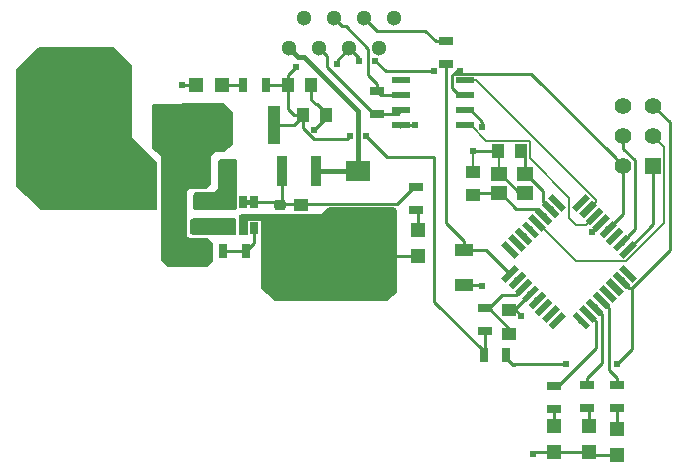
<source format=gbr>
G04 #@! TF.GenerationSoftware,KiCad,Pcbnew,5.1.4*
G04 #@! TF.CreationDate,2019-12-12T21:33:50-05:00*
G04 #@! TF.ProjectId,Suspension_Travel,53757370-656e-4736-996f-6e5f54726176,rev?*
G04 #@! TF.SameCoordinates,Original*
G04 #@! TF.FileFunction,Copper,L1,Top*
G04 #@! TF.FilePolarity,Positive*
%FSLAX46Y46*%
G04 Gerber Fmt 4.6, Leading zero omitted, Abs format (unit mm)*
G04 Created by KiCad (PCBNEW 5.1.4) date 2019-12-12 21:33:50*
%MOMM*%
%LPD*%
G04 APERTURE LIST*
%ADD10C,1.300000*%
%ADD11R,1.780000X3.500000*%
%ADD12R,1.250000X1.000000*%
%ADD13R,0.900000X2.500000*%
%ADD14R,1.200000X2.000000*%
%ADD15R,0.700000X1.300000*%
%ADD16R,1.000000X3.200000*%
%ADD17R,0.650000X1.060000*%
%ADD18R,1.000000X1.600000*%
%ADD19R,1.000000X1.250000*%
%ADD20R,2.159000X1.778000*%
%ADD21R,1.200000X1.200000*%
%ADD22C,0.100000*%
%ADD23C,0.875000*%
%ADD24R,1.600000X1.000000*%
%ADD25R,1.400000X1.400000*%
%ADD26C,1.400000*%
%ADD27R,1.300000X0.700000*%
%ADD28R,1.550000X0.600000*%
%ADD29C,0.550000*%
%ADD30R,1.400000X1.200000*%
%ADD31C,0.800000*%
%ADD32C,0.609600*%
%ADD33C,0.250000*%
%ADD34C,0.381000*%
%ADD35C,0.152400*%
%ADD36C,0.254000*%
G04 APERTURE END LIST*
D10*
X128701800Y-82016600D03*
X126161800Y-82016600D03*
X123621800Y-82016600D03*
X131241800Y-82016600D03*
X124891800Y-79476600D03*
X127431800Y-79476600D03*
X129971800Y-79476600D03*
X132511800Y-79476600D03*
D11*
X113550700Y-88519000D03*
X108270700Y-88519000D03*
D12*
X116408200Y-95139000D03*
X116408200Y-97139000D03*
D13*
X125859200Y-92392500D03*
X122959200Y-92392500D03*
D14*
X118503300Y-92453460D03*
X115303300Y-92453460D03*
D15*
X116085580Y-99141280D03*
X117985580Y-99141280D03*
X121871780Y-99156520D03*
X119971780Y-99156520D03*
X121600000Y-85090000D03*
X119700000Y-85090000D03*
D16*
X116151800Y-88513920D03*
X122351800Y-88513920D03*
D17*
X118752400Y-97254200D03*
X119702400Y-97254200D03*
X120652400Y-97254200D03*
X120652400Y-95054200D03*
X118752400Y-95054200D03*
X119702400Y-95054200D03*
D18*
X113931700Y-94869000D03*
X110931700Y-94869000D03*
D19*
X113407700Y-92519500D03*
X111407700Y-92519500D03*
D20*
X129425700Y-96456500D03*
X129425700Y-92392500D03*
D21*
X117940000Y-85090000D03*
X115740000Y-85090000D03*
X134480000Y-97420000D03*
X134480000Y-99620000D03*
D12*
X124627640Y-97250000D03*
X124627640Y-95250000D03*
D22*
G36*
X123099391Y-94835553D02*
G01*
X123120626Y-94838703D01*
X123141450Y-94843919D01*
X123161662Y-94851151D01*
X123181068Y-94860330D01*
X123199481Y-94871366D01*
X123216724Y-94884154D01*
X123232630Y-94898570D01*
X123247046Y-94914476D01*
X123259834Y-94931719D01*
X123270870Y-94950132D01*
X123280049Y-94969538D01*
X123287281Y-94989750D01*
X123292497Y-95010574D01*
X123295647Y-95031809D01*
X123296700Y-95053250D01*
X123296700Y-95490750D01*
X123295647Y-95512191D01*
X123292497Y-95533426D01*
X123287281Y-95554250D01*
X123280049Y-95574462D01*
X123270870Y-95593868D01*
X123259834Y-95612281D01*
X123247046Y-95629524D01*
X123232630Y-95645430D01*
X123216724Y-95659846D01*
X123199481Y-95672634D01*
X123181068Y-95683670D01*
X123161662Y-95692849D01*
X123141450Y-95700081D01*
X123120626Y-95705297D01*
X123099391Y-95708447D01*
X123077950Y-95709500D01*
X122565450Y-95709500D01*
X122544009Y-95708447D01*
X122522774Y-95705297D01*
X122501950Y-95700081D01*
X122481738Y-95692849D01*
X122462332Y-95683670D01*
X122443919Y-95672634D01*
X122426676Y-95659846D01*
X122410770Y-95645430D01*
X122396354Y-95629524D01*
X122383566Y-95612281D01*
X122372530Y-95593868D01*
X122363351Y-95574462D01*
X122356119Y-95554250D01*
X122350903Y-95533426D01*
X122347753Y-95512191D01*
X122346700Y-95490750D01*
X122346700Y-95053250D01*
X122347753Y-95031809D01*
X122350903Y-95010574D01*
X122356119Y-94989750D01*
X122363351Y-94969538D01*
X122372530Y-94950132D01*
X122383566Y-94931719D01*
X122396354Y-94914476D01*
X122410770Y-94898570D01*
X122426676Y-94884154D01*
X122443919Y-94871366D01*
X122462332Y-94860330D01*
X122481738Y-94851151D01*
X122501950Y-94843919D01*
X122522774Y-94838703D01*
X122544009Y-94835553D01*
X122565450Y-94834500D01*
X123077950Y-94834500D01*
X123099391Y-94835553D01*
X123099391Y-94835553D01*
G37*
D23*
X122821700Y-95272000D03*
D22*
G36*
X123099391Y-96410553D02*
G01*
X123120626Y-96413703D01*
X123141450Y-96418919D01*
X123161662Y-96426151D01*
X123181068Y-96435330D01*
X123199481Y-96446366D01*
X123216724Y-96459154D01*
X123232630Y-96473570D01*
X123247046Y-96489476D01*
X123259834Y-96506719D01*
X123270870Y-96525132D01*
X123280049Y-96544538D01*
X123287281Y-96564750D01*
X123292497Y-96585574D01*
X123295647Y-96606809D01*
X123296700Y-96628250D01*
X123296700Y-97065750D01*
X123295647Y-97087191D01*
X123292497Y-97108426D01*
X123287281Y-97129250D01*
X123280049Y-97149462D01*
X123270870Y-97168868D01*
X123259834Y-97187281D01*
X123247046Y-97204524D01*
X123232630Y-97220430D01*
X123216724Y-97234846D01*
X123199481Y-97247634D01*
X123181068Y-97258670D01*
X123161662Y-97267849D01*
X123141450Y-97275081D01*
X123120626Y-97280297D01*
X123099391Y-97283447D01*
X123077950Y-97284500D01*
X122565450Y-97284500D01*
X122544009Y-97283447D01*
X122522774Y-97280297D01*
X122501950Y-97275081D01*
X122481738Y-97267849D01*
X122462332Y-97258670D01*
X122443919Y-97247634D01*
X122426676Y-97234846D01*
X122410770Y-97220430D01*
X122396354Y-97204524D01*
X122383566Y-97187281D01*
X122372530Y-97168868D01*
X122363351Y-97149462D01*
X122356119Y-97129250D01*
X122350903Y-97108426D01*
X122347753Y-97087191D01*
X122346700Y-97065750D01*
X122346700Y-96628250D01*
X122347753Y-96606809D01*
X122350903Y-96585574D01*
X122356119Y-96564750D01*
X122363351Y-96544538D01*
X122372530Y-96525132D01*
X122383566Y-96506719D01*
X122396354Y-96489476D01*
X122410770Y-96473570D01*
X122426676Y-96459154D01*
X122443919Y-96446366D01*
X122462332Y-96435330D01*
X122481738Y-96426151D01*
X122501950Y-96418919D01*
X122522774Y-96413703D01*
X122544009Y-96410553D01*
X122565450Y-96409500D01*
X123077950Y-96409500D01*
X123099391Y-96410553D01*
X123099391Y-96410553D01*
G37*
D23*
X122821700Y-96847000D03*
D19*
X124730000Y-87630000D03*
X126730000Y-87630000D03*
X125460000Y-85090000D03*
X123460000Y-85090000D03*
D12*
X142240000Y-106172000D03*
X142240000Y-104172000D03*
X139192000Y-92472000D03*
X139192000Y-94472000D03*
D19*
X143240000Y-90678000D03*
X141240000Y-90678000D03*
D24*
X138430000Y-99060000D03*
X138430000Y-102060000D03*
D21*
X146024600Y-116212800D03*
X146024600Y-114012800D03*
X148945600Y-114012800D03*
X148945600Y-116212800D03*
X151384000Y-114216000D03*
X151384000Y-116416000D03*
D25*
X154432000Y-91948000D03*
D26*
X151892000Y-91948000D03*
X154432000Y-89408000D03*
X151892000Y-89408000D03*
X154432000Y-86868000D03*
X151892000Y-86868000D03*
D27*
X140208000Y-104018000D03*
X140208000Y-105918000D03*
X131064000Y-85664000D03*
X131064000Y-87564000D03*
D15*
X140086000Y-107950000D03*
X141986000Y-107950000D03*
D27*
X136906000Y-83312000D03*
X136906000Y-81412000D03*
X146050000Y-110622000D03*
X146050000Y-112522000D03*
X148844000Y-110556000D03*
X148844000Y-112456000D03*
X151384000Y-112456000D03*
X151384000Y-110556000D03*
D28*
X138496000Y-88544400D03*
X138496000Y-87274400D03*
X138496000Y-86004400D03*
X138496000Y-84734400D03*
X133096000Y-84734400D03*
X133096000Y-86004400D03*
X133096000Y-87274400D03*
X133096000Y-88544400D03*
D29*
X152305103Y-99050695D03*
D22*
G36*
X152676334Y-98290555D02*
G01*
X153065243Y-98679464D01*
X151933872Y-99810835D01*
X151544963Y-99421926D01*
X152676334Y-98290555D01*
X152676334Y-98290555D01*
G37*
D29*
X151739417Y-98485010D03*
D22*
G36*
X152110648Y-97724870D02*
G01*
X152499557Y-98113779D01*
X151368186Y-99245150D01*
X150979277Y-98856241D01*
X152110648Y-97724870D01*
X152110648Y-97724870D01*
G37*
D29*
X151173732Y-97919324D03*
D22*
G36*
X151544963Y-97159184D02*
G01*
X151933872Y-97548093D01*
X150802501Y-98679464D01*
X150413592Y-98290555D01*
X151544963Y-97159184D01*
X151544963Y-97159184D01*
G37*
D29*
X150608047Y-97353639D03*
D22*
G36*
X150979278Y-96593499D02*
G01*
X151368187Y-96982408D01*
X150236816Y-98113779D01*
X149847907Y-97724870D01*
X150979278Y-96593499D01*
X150979278Y-96593499D01*
G37*
D29*
X150042361Y-96787953D03*
D22*
G36*
X150413592Y-96027813D02*
G01*
X150802501Y-96416722D01*
X149671130Y-97548093D01*
X149282221Y-97159184D01*
X150413592Y-96027813D01*
X150413592Y-96027813D01*
G37*
D29*
X149476676Y-96222268D03*
D22*
G36*
X149847907Y-95462128D02*
G01*
X150236816Y-95851037D01*
X149105445Y-96982408D01*
X148716536Y-96593499D01*
X149847907Y-95462128D01*
X149847907Y-95462128D01*
G37*
D29*
X148910990Y-95656583D03*
D22*
G36*
X149282221Y-94896443D02*
G01*
X149671130Y-95285352D01*
X148539759Y-96416723D01*
X148150850Y-96027814D01*
X149282221Y-94896443D01*
X149282221Y-94896443D01*
G37*
D29*
X148345305Y-95090897D03*
D22*
G36*
X148716536Y-94330757D02*
G01*
X149105445Y-94719666D01*
X147974074Y-95851037D01*
X147585165Y-95462128D01*
X148716536Y-94330757D01*
X148716536Y-94330757D01*
G37*
D29*
X146294695Y-95090897D03*
D22*
G36*
X145534555Y-94719666D02*
G01*
X145923464Y-94330757D01*
X147054835Y-95462128D01*
X146665926Y-95851037D01*
X145534555Y-94719666D01*
X145534555Y-94719666D01*
G37*
D29*
X145729010Y-95656583D03*
D22*
G36*
X144968870Y-95285352D02*
G01*
X145357779Y-94896443D01*
X146489150Y-96027814D01*
X146100241Y-96416723D01*
X144968870Y-95285352D01*
X144968870Y-95285352D01*
G37*
D29*
X145163324Y-96222268D03*
D22*
G36*
X144403184Y-95851037D02*
G01*
X144792093Y-95462128D01*
X145923464Y-96593499D01*
X145534555Y-96982408D01*
X144403184Y-95851037D01*
X144403184Y-95851037D01*
G37*
D29*
X144597639Y-96787953D03*
D22*
G36*
X143837499Y-96416722D02*
G01*
X144226408Y-96027813D01*
X145357779Y-97159184D01*
X144968870Y-97548093D01*
X143837499Y-96416722D01*
X143837499Y-96416722D01*
G37*
D29*
X144031953Y-97353639D03*
D22*
G36*
X143271813Y-96982408D02*
G01*
X143660722Y-96593499D01*
X144792093Y-97724870D01*
X144403184Y-98113779D01*
X143271813Y-96982408D01*
X143271813Y-96982408D01*
G37*
D29*
X143466268Y-97919324D03*
D22*
G36*
X142706128Y-97548093D02*
G01*
X143095037Y-97159184D01*
X144226408Y-98290555D01*
X143837499Y-98679464D01*
X142706128Y-97548093D01*
X142706128Y-97548093D01*
G37*
D29*
X142900583Y-98485010D03*
D22*
G36*
X142140443Y-98113779D02*
G01*
X142529352Y-97724870D01*
X143660723Y-98856241D01*
X143271814Y-99245150D01*
X142140443Y-98113779D01*
X142140443Y-98113779D01*
G37*
D29*
X142334897Y-99050695D03*
D22*
G36*
X141574757Y-98679464D02*
G01*
X141963666Y-98290555D01*
X143095037Y-99421926D01*
X142706128Y-99810835D01*
X141574757Y-98679464D01*
X141574757Y-98679464D01*
G37*
D29*
X142334897Y-101101305D03*
D22*
G36*
X142706128Y-100341165D02*
G01*
X143095037Y-100730074D01*
X141963666Y-101861445D01*
X141574757Y-101472536D01*
X142706128Y-100341165D01*
X142706128Y-100341165D01*
G37*
D29*
X142900583Y-101666990D03*
D22*
G36*
X143271814Y-100906850D02*
G01*
X143660723Y-101295759D01*
X142529352Y-102427130D01*
X142140443Y-102038221D01*
X143271814Y-100906850D01*
X143271814Y-100906850D01*
G37*
D29*
X143466268Y-102232676D03*
D22*
G36*
X143837499Y-101472536D02*
G01*
X144226408Y-101861445D01*
X143095037Y-102992816D01*
X142706128Y-102603907D01*
X143837499Y-101472536D01*
X143837499Y-101472536D01*
G37*
D29*
X144031953Y-102798361D03*
D22*
G36*
X144403184Y-102038221D02*
G01*
X144792093Y-102427130D01*
X143660722Y-103558501D01*
X143271813Y-103169592D01*
X144403184Y-102038221D01*
X144403184Y-102038221D01*
G37*
D29*
X144597639Y-103364047D03*
D22*
G36*
X144968870Y-102603907D02*
G01*
X145357779Y-102992816D01*
X144226408Y-104124187D01*
X143837499Y-103735278D01*
X144968870Y-102603907D01*
X144968870Y-102603907D01*
G37*
D29*
X145163324Y-103929732D03*
D22*
G36*
X145534555Y-103169592D02*
G01*
X145923464Y-103558501D01*
X144792093Y-104689872D01*
X144403184Y-104300963D01*
X145534555Y-103169592D01*
X145534555Y-103169592D01*
G37*
D29*
X145729010Y-104495417D03*
D22*
G36*
X146100241Y-103735277D02*
G01*
X146489150Y-104124186D01*
X145357779Y-105255557D01*
X144968870Y-104866648D01*
X146100241Y-103735277D01*
X146100241Y-103735277D01*
G37*
D29*
X146294695Y-105061103D03*
D22*
G36*
X146665926Y-104300963D02*
G01*
X147054835Y-104689872D01*
X145923464Y-105821243D01*
X145534555Y-105432334D01*
X146665926Y-104300963D01*
X146665926Y-104300963D01*
G37*
D29*
X148345305Y-105061103D03*
D22*
G36*
X147585165Y-104689872D02*
G01*
X147974074Y-104300963D01*
X149105445Y-105432334D01*
X148716536Y-105821243D01*
X147585165Y-104689872D01*
X147585165Y-104689872D01*
G37*
D29*
X148910990Y-104495417D03*
D22*
G36*
X148150850Y-104124186D02*
G01*
X148539759Y-103735277D01*
X149671130Y-104866648D01*
X149282221Y-105255557D01*
X148150850Y-104124186D01*
X148150850Y-104124186D01*
G37*
D29*
X149476676Y-103929732D03*
D22*
G36*
X148716536Y-103558501D02*
G01*
X149105445Y-103169592D01*
X150236816Y-104300963D01*
X149847907Y-104689872D01*
X148716536Y-103558501D01*
X148716536Y-103558501D01*
G37*
D29*
X150042361Y-103364047D03*
D22*
G36*
X149282221Y-102992816D02*
G01*
X149671130Y-102603907D01*
X150802501Y-103735278D01*
X150413592Y-104124187D01*
X149282221Y-102992816D01*
X149282221Y-102992816D01*
G37*
D29*
X150608047Y-102798361D03*
D22*
G36*
X149847907Y-102427130D02*
G01*
X150236816Y-102038221D01*
X151368187Y-103169592D01*
X150979278Y-103558501D01*
X149847907Y-102427130D01*
X149847907Y-102427130D01*
G37*
D29*
X151173732Y-102232676D03*
D22*
G36*
X150413592Y-101861445D02*
G01*
X150802501Y-101472536D01*
X151933872Y-102603907D01*
X151544963Y-102992816D01*
X150413592Y-101861445D01*
X150413592Y-101861445D01*
G37*
D29*
X151739417Y-101666990D03*
D22*
G36*
X150979277Y-101295759D02*
G01*
X151368186Y-100906850D01*
X152499557Y-102038221D01*
X152110648Y-102427130D01*
X150979277Y-101295759D01*
X150979277Y-101295759D01*
G37*
D29*
X152305103Y-101101305D03*
D22*
G36*
X151544963Y-100730074D02*
G01*
X151933872Y-100341165D01*
X153065243Y-101472536D01*
X152676334Y-101861445D01*
X151544963Y-100730074D01*
X151544963Y-100730074D01*
G37*
D30*
X141394000Y-94272000D03*
X143594000Y-94272000D03*
X143594000Y-92672000D03*
X141394000Y-92672000D03*
D27*
X134366000Y-93792000D03*
X134366000Y-95692000D03*
D31*
X103360220Y-89720420D03*
X103395780Y-93055440D03*
X103360220Y-84884260D03*
X103360220Y-86984840D03*
X122674380Y-101914960D03*
X125503940Y-101927660D03*
X128473200Y-101889560D03*
X131627880Y-101889560D03*
X131691380Y-100091240D03*
X131704080Y-97210880D03*
X106225340Y-83820000D03*
D32*
X139192000Y-90678000D03*
X139954000Y-88646000D03*
X144272000Y-116332000D03*
X143256000Y-104648000D03*
X125730000Y-88900000D03*
X149225000Y-97536000D03*
X134213600Y-88544400D03*
X139954000Y-102108000D03*
X114554000Y-85090000D03*
X124206000Y-83566000D03*
X127635000Y-83312000D03*
X138049000Y-83947000D03*
X135890000Y-83947000D03*
X130896599Y-83068612D03*
X129540000Y-83058000D03*
X130073400Y-89408000D03*
X128778000Y-89408000D03*
X151384000Y-108712000D03*
X147066000Y-108712000D03*
D33*
X103360220Y-84884260D02*
X103258620Y-84782660D01*
D34*
X128435100Y-101927660D02*
X128473200Y-101889560D01*
X131627880Y-100154740D02*
X131691380Y-100091240D01*
X130180080Y-97210880D02*
X129425700Y-96456500D01*
D35*
X129616200Y-96456500D02*
X129425700Y-96456500D01*
D36*
X104561640Y-88519000D02*
X103360220Y-89720420D01*
X108270700Y-88519000D02*
X104561640Y-88519000D01*
X123124880Y-96756320D02*
X122821700Y-97059500D01*
X124627640Y-96756320D02*
X123124880Y-96756320D01*
X122696700Y-97059500D02*
X122821700Y-97059500D01*
X121871780Y-97884420D02*
X122696700Y-97059500D01*
X121871780Y-99156520D02*
X121871780Y-97884420D01*
X121871780Y-101112360D02*
X122674380Y-101914960D01*
X121871780Y-99156520D02*
X121871780Y-101112360D01*
X132162620Y-99620000D02*
X131691380Y-100091240D01*
X134480000Y-99620000D02*
X132162620Y-99620000D01*
X110931700Y-92995500D02*
X111407700Y-92519500D01*
X110931700Y-94869000D02*
X110931700Y-92995500D01*
X108270700Y-89257500D02*
X108270700Y-88519000D01*
X111407700Y-92394500D02*
X108270700Y-89257500D01*
X111407700Y-92519500D02*
X111407700Y-92394500D01*
X119702400Y-96470200D02*
X119702400Y-97254200D01*
X119727801Y-96444799D02*
X119702400Y-96470200D01*
X121327999Y-96444799D02*
X119727801Y-96444799D01*
X121942700Y-97059500D02*
X121327999Y-96444799D01*
X122821700Y-97059500D02*
X121942700Y-97059500D01*
X130949700Y-96456500D02*
X131704080Y-97210880D01*
X129425700Y-96456500D02*
X130949700Y-96456500D01*
D35*
X139192000Y-92472000D02*
X139192000Y-90678000D01*
X141394000Y-90832000D02*
X141240000Y-90678000D01*
X141394000Y-92672000D02*
X141394000Y-90832000D01*
D36*
X143094000Y-94272000D02*
X141494000Y-92672000D01*
X141494000Y-92672000D02*
X141394000Y-92672000D01*
X143594000Y-94272000D02*
X143094000Y-94272000D01*
X139954000Y-88424478D02*
X139954000Y-88646000D01*
X139954000Y-88257400D02*
X139954000Y-88424478D01*
X138496000Y-87274400D02*
X138971000Y-87274400D01*
X138971000Y-87274400D02*
X139954000Y-88257400D01*
X132994400Y-88646000D02*
X133096000Y-88544400D01*
X151442600Y-116357400D02*
X151384000Y-116416000D01*
X149148800Y-116416000D02*
X148945600Y-116212800D01*
X151384000Y-116416000D02*
X149148800Y-116416000D01*
X148945600Y-116212800D02*
X146024600Y-116212800D01*
X146024600Y-116212800D02*
X144391200Y-116212800D01*
X144391200Y-116212800D02*
X144272000Y-116332000D01*
X142658314Y-104172000D02*
X142240000Y-104172000D01*
X144031953Y-102798361D02*
X142658314Y-104172000D01*
X142240000Y-104172000D02*
X142780000Y-104172000D01*
X142780000Y-104172000D02*
X143256000Y-104648000D01*
X125976000Y-86751000D02*
X126730000Y-87505000D01*
X125851000Y-86751000D02*
X125976000Y-86751000D01*
X126730000Y-87505000D02*
X126730000Y-87630000D01*
X125460000Y-86360000D02*
X125851000Y-86751000D01*
X125460000Y-85090000D02*
X125460000Y-86360000D01*
X126730000Y-87630000D02*
X126730000Y-87900000D01*
X126730000Y-87900000D02*
X125730000Y-88900000D01*
X141240000Y-90678000D02*
X139192000Y-90678000D01*
X150042361Y-96787953D02*
X149973047Y-96787953D01*
X149973047Y-96787953D02*
X149225000Y-97536000D01*
X133096000Y-88544400D02*
X134213600Y-88544400D01*
X138430000Y-102060000D02*
X139906000Y-102060000D01*
X139906000Y-102060000D02*
X139954000Y-102108000D01*
X115740000Y-85090000D02*
X114554000Y-85090000D01*
D34*
X129473340Y-92344860D02*
X129425700Y-92392500D01*
X129593340Y-92224860D02*
X129425700Y-92392500D01*
X129425700Y-92392500D02*
X125859200Y-92392500D01*
X124891800Y-82779578D02*
X124384778Y-82779578D01*
X129425700Y-92392500D02*
X129425700Y-87313478D01*
X124384778Y-82779578D02*
X123621800Y-82016600D01*
X129425700Y-87313478D02*
X124891800Y-82779578D01*
D36*
X140208000Y-107828000D02*
X140086000Y-107950000D01*
X140208000Y-105918000D02*
X140208000Y-107828000D01*
X138971000Y-86004400D02*
X138496000Y-86004400D01*
X123971080Y-88513920D02*
X124730000Y-87755000D01*
X124730000Y-87755000D02*
X124730000Y-87630000D01*
X122351800Y-88513920D02*
X123971080Y-88513920D01*
X123460000Y-87114000D02*
X123976000Y-87630000D01*
X123976000Y-87630000D02*
X124730000Y-87630000D01*
X123460000Y-85090000D02*
X123460000Y-87114000D01*
X121600000Y-85090000D02*
X123460000Y-85090000D01*
X123460000Y-85090000D02*
X123460000Y-84312000D01*
X123460000Y-84312000D02*
X124206000Y-83566000D01*
X127635000Y-83083400D02*
X128701800Y-82016600D01*
X127635000Y-83312000D02*
X127635000Y-83083400D01*
X151192001Y-91248001D02*
X151892000Y-91948000D01*
X144098999Y-84154999D02*
X151192001Y-91248001D01*
X137565923Y-84154999D02*
X144098999Y-84154999D01*
X137414000Y-85397400D02*
X137414000Y-84306922D01*
X138021000Y-86004400D02*
X137414000Y-85397400D01*
X138496000Y-86004400D02*
X138021000Y-86004400D01*
X137414000Y-84306922D02*
X137773922Y-83947000D01*
X137773922Y-83947000D02*
X138049000Y-83947000D01*
X135890000Y-83947000D02*
X131774987Y-83947000D01*
X131774987Y-83947000D02*
X130896599Y-83068612D01*
X129540000Y-82854800D02*
X128701800Y-82016600D01*
X129540000Y-83058000D02*
X129540000Y-82854800D01*
X151892000Y-96069686D02*
X150608047Y-97353639D01*
X151892000Y-91948000D02*
X151892000Y-96069686D01*
X140086000Y-107650000D02*
X135890000Y-103454000D01*
X140086000Y-107950000D02*
X140086000Y-107650000D01*
X135890000Y-103454000D02*
X135890000Y-91186000D01*
X135851901Y-91224099D02*
X131864099Y-91224099D01*
X135890000Y-91186000D02*
X135851901Y-91224099D01*
X131864099Y-91224099D02*
X130073400Y-89433400D01*
X130073400Y-89433400D02*
X130073400Y-89408000D01*
X124730000Y-88764618D02*
X124730000Y-88509000D01*
X125678181Y-89712799D02*
X124730000Y-88764618D01*
X128473201Y-89712799D02*
X125678181Y-89712799D01*
X124730000Y-88509000D02*
X124730000Y-87630000D01*
X128778000Y-89408000D02*
X128473201Y-89712799D01*
D34*
X120652400Y-95054200D02*
X119702400Y-95054200D01*
D36*
X122943520Y-95181320D02*
X122821700Y-95059500D01*
X124627640Y-95181320D02*
X122943520Y-95181320D01*
X120657700Y-95059500D02*
X120652400Y-95054200D01*
X122821700Y-95059500D02*
X120657700Y-95059500D01*
X122959200Y-94922000D02*
X122821700Y-95059500D01*
X122959200Y-92392500D02*
X122959200Y-94922000D01*
X134480000Y-93770000D02*
X134180000Y-93770000D01*
X125202640Y-95181320D02*
X124627640Y-95181320D01*
X134180000Y-93770000D02*
X132768680Y-95181320D01*
X132768680Y-95181320D02*
X125202640Y-95181320D01*
D33*
X118752400Y-92702560D02*
X118503300Y-92453460D01*
D36*
X116493000Y-95054200D02*
X116408200Y-95139000D01*
X118752400Y-95054200D02*
X116493000Y-95054200D01*
X118503300Y-92453460D02*
X118503300Y-94805100D01*
X118503300Y-94805100D02*
X118752400Y-95054200D01*
X116523400Y-97254200D02*
X116408200Y-97139000D01*
X118752400Y-97254200D02*
X116523400Y-97254200D01*
D33*
X116085580Y-99141280D02*
X116085580Y-99441280D01*
X116146720Y-88519000D02*
X116151800Y-88513920D01*
X113497360Y-92453460D02*
X113408460Y-92542360D01*
X113408460Y-88661240D02*
X113550700Y-88519000D01*
D36*
X113555780Y-88513920D02*
X113550700Y-88519000D01*
X116151800Y-88513920D02*
X113555780Y-88513920D01*
X113407700Y-88662000D02*
X113550700Y-88519000D01*
X113407700Y-92519500D02*
X113407700Y-88662000D01*
X113473740Y-92453460D02*
X113407700Y-92519500D01*
X115303300Y-92453460D02*
X113473740Y-92453460D01*
X113931700Y-93043500D02*
X113407700Y-92519500D01*
X113931700Y-94869000D02*
X113931700Y-93043500D01*
X115481580Y-99141280D02*
X116085580Y-99141280D01*
X113931700Y-94869000D02*
X113931700Y-97591400D01*
X134480000Y-97420000D02*
X134480000Y-95670000D01*
X119700000Y-85090000D02*
X117940000Y-85090000D01*
X118000820Y-99156520D02*
X117985580Y-99141280D01*
X119971780Y-99156520D02*
X118000820Y-99156520D01*
X120652400Y-98475900D02*
X120652400Y-97254200D01*
X119971780Y-99156520D02*
X120652400Y-98475900D01*
X142240000Y-105750000D02*
X142240000Y-106172000D01*
X140508000Y-104018000D02*
X142240000Y-105750000D01*
X140508000Y-104018000D02*
X140208000Y-104018000D01*
X141656000Y-102870000D02*
X140508000Y-104018000D01*
X142828944Y-102870000D02*
X141656000Y-102870000D01*
X143466268Y-102232676D02*
X142828944Y-102870000D01*
X141494000Y-94272000D02*
X141394000Y-94272000D01*
X142807873Y-95585873D02*
X141494000Y-94272000D01*
X144526929Y-95585873D02*
X142807873Y-95585873D01*
X145163324Y-96222268D02*
X144526929Y-95585873D01*
X139392000Y-94272000D02*
X139192000Y-94472000D01*
X141394000Y-94272000D02*
X139392000Y-94272000D01*
X145092615Y-94070615D02*
X143694000Y-92672000D01*
X143694000Y-92672000D02*
X143594000Y-92672000D01*
X145092615Y-95020188D02*
X145092615Y-94070615D01*
X145729010Y-95656583D02*
X145092615Y-95020188D01*
X143594000Y-91032000D02*
X143240000Y-90678000D01*
X143594000Y-92672000D02*
X143594000Y-91032000D01*
X136906000Y-83916000D02*
X136906000Y-83312000D01*
X136906000Y-96782000D02*
X136906000Y-83916000D01*
X138430000Y-98306000D02*
X136906000Y-96782000D01*
X138430000Y-99060000D02*
X138430000Y-98306000D01*
X140293592Y-99060000D02*
X142334897Y-101101305D01*
X138430000Y-99060000D02*
X140293592Y-99060000D01*
X146024600Y-112547400D02*
X146050000Y-112522000D01*
X146024600Y-114012800D02*
X146024600Y-112547400D01*
X148945600Y-112557600D02*
X148844000Y-112456000D01*
X148945600Y-114012800D02*
X148945600Y-112557600D01*
X151384000Y-114216000D02*
X151384000Y-112456000D01*
X154432000Y-96923798D02*
X152305103Y-99050695D01*
X154432000Y-91948000D02*
X154432000Y-96923798D01*
D35*
X145234034Y-97424348D02*
X144597639Y-96787953D01*
X147849131Y-100039445D02*
X145234034Y-97424348D01*
X152101677Y-100039445D02*
X147849131Y-100039445D01*
X155360601Y-96780521D02*
X152101677Y-100039445D01*
X155360601Y-90336601D02*
X155360601Y-96780521D01*
X154432000Y-89408000D02*
X155360601Y-90336601D01*
D36*
X152375812Y-97848615D02*
X151739417Y-98485010D01*
X152871401Y-97353026D02*
X152375812Y-97848615D01*
X152871401Y-91477887D02*
X152871401Y-97353026D01*
X151892000Y-90498486D02*
X152871401Y-91477887D01*
X151892000Y-89408000D02*
X151892000Y-90498486D01*
X152375812Y-102303385D02*
X151739417Y-101666990D01*
X152629541Y-102303385D02*
X152375812Y-102303385D01*
X155831107Y-99101819D02*
X152629541Y-102303385D01*
X155831107Y-88267107D02*
X155831107Y-99101819D01*
X154432000Y-86868000D02*
X155831107Y-88267107D01*
X152629541Y-102303385D02*
X152629541Y-107466459D01*
X152629541Y-107466459D02*
X151384000Y-108712000D01*
X142590000Y-108854000D02*
X141986000Y-108250000D01*
X142606000Y-108854000D02*
X142590000Y-108854000D01*
X142748000Y-108712000D02*
X142606000Y-108854000D01*
X141986000Y-108250000D02*
X141986000Y-107950000D01*
X147066000Y-108712000D02*
X142748000Y-108712000D01*
X132806400Y-87564000D02*
X133096000Y-87274400D01*
X131064000Y-87564000D02*
X132806400Y-87564000D01*
X130134599Y-86934599D02*
X130764000Y-87564000D01*
X130764000Y-87564000D02*
X131064000Y-87564000D01*
X126161800Y-82016600D02*
X126811799Y-82666599D01*
X126811799Y-83611799D02*
X130764000Y-87564000D01*
X126811799Y-82666599D02*
X126811799Y-83611799D01*
X131404400Y-86004400D02*
X131064000Y-85664000D01*
X133096000Y-86004400D02*
X131404400Y-86004400D01*
X130312399Y-84308399D02*
X131064000Y-85060000D01*
X130312399Y-82052399D02*
X130312399Y-84308399D01*
X128386599Y-80126599D02*
X130312399Y-82052399D01*
X128081799Y-80126599D02*
X128386599Y-80126599D01*
X131064000Y-85060000D02*
X131064000Y-85664000D01*
X127431800Y-79476600D02*
X128081799Y-80126599D01*
X135108000Y-80518000D02*
X136002000Y-81412000D01*
X131013200Y-80518000D02*
X135108000Y-80518000D01*
X136002000Y-81412000D02*
X136906000Y-81412000D01*
X129971800Y-79476600D02*
X131013200Y-80518000D01*
X149547385Y-105131812D02*
X149547385Y-107424615D01*
X146350000Y-110622000D02*
X146050000Y-110622000D01*
X149547385Y-107424615D02*
X146350000Y-110622000D01*
X148910990Y-104495417D02*
X149547385Y-105131812D01*
X150113071Y-108682929D02*
X148844000Y-109952000D01*
X150113071Y-104566127D02*
X150113071Y-108682929D01*
X148844000Y-109952000D02*
X148844000Y-110556000D01*
X149476676Y-103929732D02*
X150113071Y-104566127D01*
X151384000Y-109952000D02*
X151384000Y-110556000D01*
X150678756Y-109246756D02*
X151384000Y-109952000D01*
X150678756Y-104000442D02*
X150678756Y-109246756D01*
X150042361Y-103364047D02*
X150678756Y-104000442D01*
D35*
X148840281Y-96858663D02*
X149476676Y-96222268D01*
X148696345Y-97002599D02*
X148840281Y-96858663D01*
X147902165Y-97002599D02*
X148696345Y-97002599D01*
X147283445Y-94649963D02*
X147283445Y-96383879D01*
X147283445Y-96383879D02*
X147902165Y-97002599D01*
X143968601Y-91335119D02*
X147283445Y-94649963D01*
X143968601Y-89870119D02*
X143968601Y-91335119D01*
X143922881Y-89824399D02*
X143968601Y-89870119D01*
X140250999Y-89824399D02*
X143922881Y-89824399D01*
X138971000Y-88544400D02*
X140250999Y-89824399D01*
X138496000Y-88544400D02*
X138971000Y-88544400D01*
X139423400Y-84734400D02*
X138496000Y-84734400D01*
X139443484Y-84734400D02*
X139423400Y-84734400D01*
X149547385Y-95020188D02*
X149547385Y-94838301D01*
X149547385Y-94838301D02*
X139443484Y-84734400D01*
X148910990Y-95656583D02*
X149547385Y-95020188D01*
G36*
X118753800Y-87501564D02*
G01*
X118753800Y-90088436D01*
X118123436Y-90718800D01*
X117355000Y-90718800D01*
X117340134Y-90720264D01*
X117325840Y-90724600D01*
X117312666Y-90731642D01*
X117301118Y-90741118D01*
X116901118Y-91141118D01*
X116891642Y-91152666D01*
X116884600Y-91165840D01*
X116880264Y-91180134D01*
X116878800Y-91195000D01*
X116878800Y-93538436D01*
X116573436Y-93843800D01*
X115205000Y-93843800D01*
X115190134Y-93845264D01*
X115175840Y-93849600D01*
X115162666Y-93856642D01*
X115151118Y-93866118D01*
X114901118Y-94116118D01*
X114891642Y-94127666D01*
X114884600Y-94140840D01*
X114880264Y-94155134D01*
X114878800Y-94170000D01*
X114878800Y-97920000D01*
X114880264Y-97934866D01*
X114884600Y-97949160D01*
X114891642Y-97962334D01*
X114901118Y-97973882D01*
X115101118Y-98173882D01*
X115112666Y-98183358D01*
X115125840Y-98190400D01*
X115140134Y-98194736D01*
X115155000Y-98196200D01*
X116648436Y-98196200D01*
X117028800Y-98576564D01*
X117028800Y-100038436D01*
X116623436Y-100443800D01*
X113311564Y-100443800D01*
X112831200Y-99963436D01*
X112831200Y-91220000D01*
X112829736Y-91205134D01*
X112825400Y-91190840D01*
X112818358Y-91177666D01*
X112808882Y-91166118D01*
X112081200Y-90438436D01*
X112081200Y-86821200D01*
X114405000Y-86821200D01*
X114419866Y-86819736D01*
X114434160Y-86815400D01*
X114447268Y-86808402D01*
X114503071Y-86771200D01*
X118023436Y-86771200D01*
X118753800Y-87501564D01*
X118753800Y-87501564D01*
G37*
X118753800Y-87501564D02*
X118753800Y-90088436D01*
X118123436Y-90718800D01*
X117355000Y-90718800D01*
X117340134Y-90720264D01*
X117325840Y-90724600D01*
X117312666Y-90731642D01*
X117301118Y-90741118D01*
X116901118Y-91141118D01*
X116891642Y-91152666D01*
X116884600Y-91165840D01*
X116880264Y-91180134D01*
X116878800Y-91195000D01*
X116878800Y-93538436D01*
X116573436Y-93843800D01*
X115205000Y-93843800D01*
X115190134Y-93845264D01*
X115175840Y-93849600D01*
X115162666Y-93856642D01*
X115151118Y-93866118D01*
X114901118Y-94116118D01*
X114891642Y-94127666D01*
X114884600Y-94140840D01*
X114880264Y-94155134D01*
X114878800Y-94170000D01*
X114878800Y-97920000D01*
X114880264Y-97934866D01*
X114884600Y-97949160D01*
X114891642Y-97962334D01*
X114901118Y-97973882D01*
X115101118Y-98173882D01*
X115112666Y-98183358D01*
X115125840Y-98190400D01*
X115140134Y-98194736D01*
X115155000Y-98196200D01*
X116648436Y-98196200D01*
X117028800Y-98576564D01*
X117028800Y-100038436D01*
X116623436Y-100443800D01*
X113311564Y-100443800D01*
X112831200Y-99963436D01*
X112831200Y-91220000D01*
X112829736Y-91205134D01*
X112825400Y-91190840D01*
X112818358Y-91177666D01*
X112808882Y-91166118D01*
X112081200Y-90438436D01*
X112081200Y-86821200D01*
X114405000Y-86821200D01*
X114419866Y-86819736D01*
X114434160Y-86815400D01*
X114447268Y-86808402D01*
X114503071Y-86771200D01*
X118023436Y-86771200D01*
X118753800Y-87501564D01*
G36*
X110203800Y-83551564D02*
G01*
X110203800Y-89520000D01*
X110205264Y-89534866D01*
X110209600Y-89549160D01*
X110216642Y-89562334D01*
X110226118Y-89573882D01*
X112353800Y-91701564D01*
X112353800Y-95643800D01*
X102586564Y-95643800D01*
X100581200Y-93638436D01*
X100581200Y-83851564D01*
X102411564Y-82021200D01*
X108673436Y-82021200D01*
X110203800Y-83551564D01*
X110203800Y-83551564D01*
G37*
X110203800Y-83551564D02*
X110203800Y-89520000D01*
X110205264Y-89534866D01*
X110209600Y-89549160D01*
X110216642Y-89562334D01*
X110226118Y-89573882D01*
X112353800Y-91701564D01*
X112353800Y-95643800D01*
X102586564Y-95643800D01*
X100581200Y-93638436D01*
X100581200Y-83851564D01*
X102411564Y-82021200D01*
X108673436Y-82021200D01*
X110203800Y-83551564D01*
G36*
X132603800Y-95726564D02*
G01*
X132603800Y-102613436D01*
X131898436Y-103318800D01*
X122361564Y-103318800D01*
X121331200Y-102288436D01*
X121331200Y-96570000D01*
X121329736Y-96555134D01*
X121325400Y-96540840D01*
X121318358Y-96527666D01*
X121308882Y-96516118D01*
X120888964Y-96096200D01*
X126405000Y-96096200D01*
X126419866Y-96094736D01*
X126434160Y-96090400D01*
X126447334Y-96083358D01*
X126458882Y-96073882D01*
X126995844Y-95536920D01*
X132414156Y-95536920D01*
X132603800Y-95726564D01*
X132603800Y-95726564D01*
G37*
X132603800Y-95726564D02*
X132603800Y-102613436D01*
X131898436Y-103318800D01*
X122361564Y-103318800D01*
X121331200Y-102288436D01*
X121331200Y-96570000D01*
X121329736Y-96555134D01*
X121325400Y-96540840D01*
X121318358Y-96527666D01*
X121308882Y-96516118D01*
X120888964Y-96096200D01*
X126405000Y-96096200D01*
X126419866Y-96094736D01*
X126434160Y-96090400D01*
X126447334Y-96083358D01*
X126458882Y-96073882D01*
X126995844Y-95536920D01*
X132414156Y-95536920D01*
X132603800Y-95726564D01*
G36*
X120003800Y-97768800D02*
G01*
X119406200Y-97768800D01*
X119406200Y-96251564D01*
X119561564Y-96096200D01*
X120003800Y-96096200D01*
X120003800Y-97768800D01*
X120003800Y-97768800D01*
G37*
X120003800Y-97768800D02*
X119406200Y-97768800D01*
X119406200Y-96251564D01*
X119561564Y-96096200D01*
X120003800Y-96096200D01*
X120003800Y-97768800D01*
G36*
X120953800Y-96176564D02*
G01*
X120953800Y-96243800D01*
X120156200Y-96243800D01*
X120156200Y-96120000D01*
X120154736Y-96105134D01*
X120152026Y-96096200D01*
X120873436Y-96096200D01*
X120953800Y-96176564D01*
X120953800Y-96176564D01*
G37*
X120953800Y-96176564D02*
X120953800Y-96243800D01*
X120156200Y-96243800D01*
X120156200Y-96120000D01*
X120154736Y-96105134D01*
X120152026Y-96096200D01*
X120873436Y-96096200D01*
X120953800Y-96176564D01*
G36*
X120953800Y-96318800D02*
G01*
X120061564Y-96318800D01*
X119937764Y-96195000D01*
X120036564Y-96096200D01*
X120953800Y-96096200D01*
X120953800Y-96318800D01*
X120953800Y-96318800D01*
G37*
X120953800Y-96318800D02*
X120061564Y-96318800D01*
X119937764Y-96195000D01*
X120036564Y-96096200D01*
X120953800Y-96096200D01*
X120953800Y-96318800D01*
G36*
X119053800Y-96551564D02*
G01*
X119053800Y-97768800D01*
X115461564Y-97768800D01*
X115331200Y-97638436D01*
X115331200Y-96601564D01*
X115486564Y-96446200D01*
X118948436Y-96446200D01*
X119053800Y-96551564D01*
X119053800Y-96551564D01*
G37*
X119053800Y-96551564D02*
X119053800Y-97768800D01*
X115461564Y-97768800D01*
X115331200Y-97638436D01*
X115331200Y-96601564D01*
X115486564Y-96446200D01*
X118948436Y-96446200D01*
X119053800Y-96551564D01*
D36*
G36*
X119053000Y-91462333D02*
G01*
X119053000Y-95518000D01*
X115557000Y-95518000D01*
X115557000Y-94472606D01*
X115732606Y-94297000D01*
X117230000Y-94297000D01*
X117254776Y-94294560D01*
X117278601Y-94287333D01*
X117300557Y-94275597D01*
X117319803Y-94259803D01*
X117644803Y-93934803D01*
X117660597Y-93915557D01*
X117672333Y-93893601D01*
X117679560Y-93869776D01*
X117682000Y-93845000D01*
X117682000Y-91572606D01*
X117807606Y-91447000D01*
X119041500Y-91447000D01*
X119053000Y-91462333D01*
X119053000Y-91462333D01*
G37*
X119053000Y-91462333D02*
X119053000Y-95518000D01*
X115557000Y-95518000D01*
X115557000Y-94472606D01*
X115732606Y-94297000D01*
X117230000Y-94297000D01*
X117254776Y-94294560D01*
X117278601Y-94287333D01*
X117300557Y-94275597D01*
X117319803Y-94259803D01*
X117644803Y-93934803D01*
X117660597Y-93915557D01*
X117672333Y-93893601D01*
X117679560Y-93869776D01*
X117682000Y-93845000D01*
X117682000Y-91572606D01*
X117807606Y-91447000D01*
X119041500Y-91447000D01*
X119053000Y-91462333D01*
M02*

</source>
